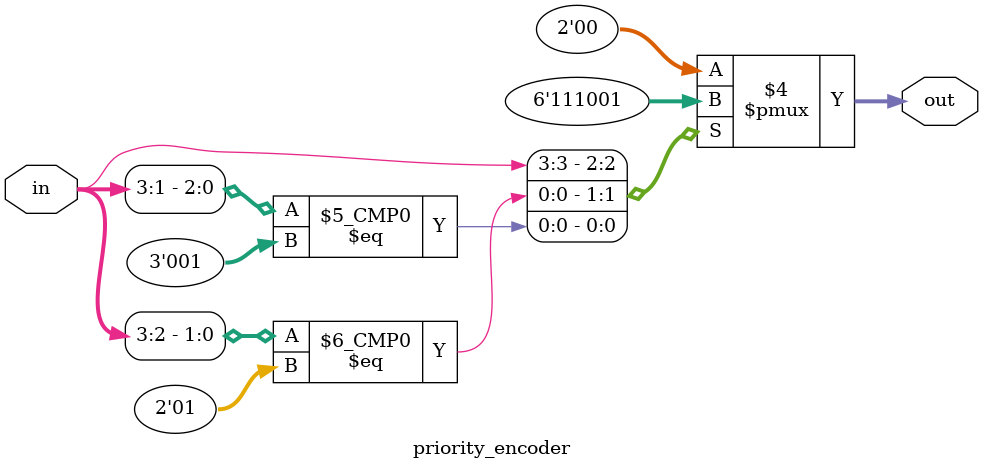
<source format=v>
module priority_encoder(input [3:0] in, output reg [1:0] out);
  always @(*) begin
    casex(in)
      4'b1xxx: out = 2'b11;
      4'b01xx: out = 2'b10;
      4'b001x: out = 2'b01;
      4'b0001: out = 2'b00;
      default: out = 2'b00;
    endcase
  end
endmodule

</source>
